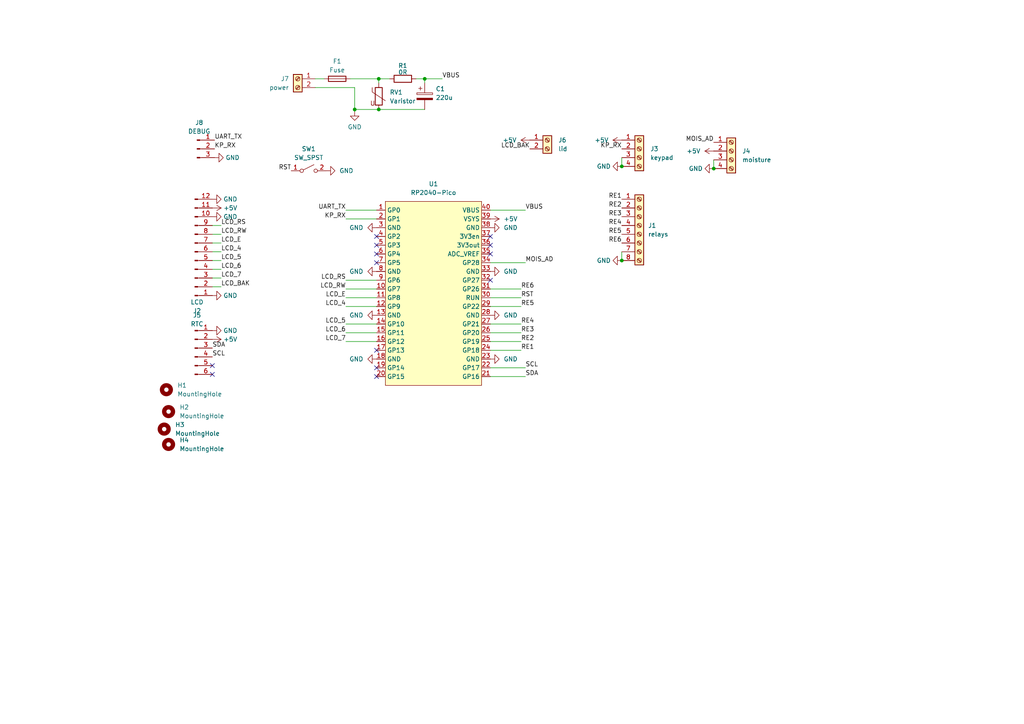
<source format=kicad_sch>
(kicad_sch (version 20230121) (generator eeschema)
  (paper "A4")
  (lib_symbols
    (symbol "Connector:Conn_01x03_Pin" (pin_names (offset 1.016) hide)
      (property "Reference" "J" (at 0 5.08 0))
      (property "Value" "Conn_01x03_Pin" (at 0 -5.08 0))
      (symbol "Conn_01x03_Pin_1_1"
        (polyline (pts (xy 1.27 -2.54) (xy 0.8636 -2.54)) (stroke (width 0.1524)))
        (polyline (pts (xy 1.27 0) (xy 0.8636 0)) (stroke (width 0.1524)))
        (polyline (pts (xy 1.27 2.54) (xy 0.8636 2.54)) (stroke (width 0.1524)))
        (rectangle (start 0.8636 -2.413) (end 0 -2.667) (stroke (width 0.1524)) (fill (type outline)))
        (rectangle (start 0.8636 0.127) (end 0 -0.127) (stroke (width 0.1524)) (fill (type outline)))
        (rectangle (start 0.8636 2.667) (end 0 2.413) (stroke (width 0.1524)) (fill (type outline)))
        (pin passive line (at 5.08 2.54 180) (length 3.81) (name "Pin_1") (number "1"))
        (pin passive line (at 5.08 0 180) (length 3.81) (name "Pin_2") (number "2"))
        (pin passive line (at 5.08 -2.54 180) (length 3.81) (name "Pin_3") (number "3"))
      )
    )
    (symbol "Connector:Conn_01x06_Pin" (pin_names (offset 1.016) hide)
      (property "Reference" "J" (at 0 7.62 0))
      (property "Value" "Conn_01x06_Pin" (at 0 -10.16 0))
      (symbol "Conn_01x06_Pin_1_1"
        (polyline (pts (xy 1.27 -7.62) (xy 0.8636 -7.62)) (stroke (width 0.1524)))
        (polyline (pts (xy 1.27 -5.08) (xy 0.8636 -5.08)) (stroke (width 0.1524)))
        (polyline (pts (xy 1.27 -2.54) (xy 0.8636 -2.54)) (stroke (width 0.1524)))
        (polyline (pts (xy 1.27 0) (xy 0.8636 0)) (stroke (width 0.1524)))
        (polyline (pts (xy 1.27 2.54) (xy 0.8636 2.54)) (stroke (width 0.1524)))
        (polyline (pts (xy 1.27 5.08) (xy 0.8636 5.08)) (stroke (width 0.1524)))
        (rectangle (start 0.8636 -7.493) (end 0 -7.747) (stroke (width 0.1524)) (fill (type outline)))
        (rectangle (start 0.8636 -4.953) (end 0 -5.207) (stroke (width 0.1524)) (fill (type outline)))
        (rectangle (start 0.8636 -2.413) (end 0 -2.667) (stroke (width 0.1524)) (fill (type outline)))
        (rectangle (start 0.8636 0.127) (end 0 -0.127) (stroke (width 0.1524)) (fill (type outline)))
        (rectangle (start 0.8636 2.667) (end 0 2.413) (stroke (width 0.1524)) (fill (type outline)))
        (rectangle (start 0.8636 5.207) (end 0 4.953) (stroke (width 0.1524)) (fill (type outline)))
        (pin passive line (at 5.08 5.08 180) (length 3.81) (name "Pin_1") (number "1"))
        (pin passive line (at 5.08 2.54 180) (length 3.81) (name "Pin_2") (number "2"))
        (pin passive line (at 5.08 0 180) (length 3.81) (name "Pin_3") (number "3"))
        (pin passive line (at 5.08 -2.54 180) (length 3.81) (name "Pin_4") (number "4"))
        (pin passive line (at 5.08 -5.08 180) (length 3.81) (name "Pin_5") (number "5"))
        (pin passive line (at 5.08 -7.62 180) (length 3.81) (name "Pin_6") (number "6"))
      )
    )
    (symbol "Connector:Conn_01x12_Pin" (pin_names (offset 1.016) hide)
      (property "Reference" "J" (at 0 15.24 0))
      (property "Value" "Conn_01x12_Pin" (at 0 -17.78 0))
      (symbol "Conn_01x12_Pin_1_1"
        (polyline (pts (xy 1.27 -15.24) (xy 0.8636 -15.24)) (stroke (width 0.1524)))
        (polyline (pts (xy 1.27 -12.7) (xy 0.8636 -12.7)) (stroke (width 0.1524)))
        (polyline (pts (xy 1.27 -10.16) (xy 0.8636 -10.16)) (stroke (width 0.1524)))
        (polyline (pts (xy 1.27 -7.62) (xy 0.8636 -7.62)) (stroke (width 0.1524)))
        (polyline (pts (xy 1.27 -5.08) (xy 0.8636 -5.08)) (stroke (width 0.1524)))
        (polyline (pts (xy 1.27 -2.54) (xy 0.8636 -2.54)) (stroke (width 0.1524)))
        (polyline (pts (xy 1.27 0) (xy 0.8636 0)) (stroke (width 0.1524)))
        (polyline (pts (xy 1.27 2.54) (xy 0.8636 2.54)) (stroke (width 0.1524)))
        (polyline (pts (xy 1.27 5.08) (xy 0.8636 5.08)) (stroke (width 0.1524)))
        (polyline (pts (xy 1.27 7.62) (xy 0.8636 7.62)) (stroke (width 0.1524)))
        (polyline (pts (xy 1.27 10.16) (xy 0.8636 10.16)) (stroke (width 0.1524)))
        (polyline (pts (xy 1.27 12.7) (xy 0.8636 12.7)) (stroke (width 0.1524)))
        (rectangle (start 0.8636 -15.113) (end 0 -15.367) (stroke (width 0.1524)) (fill (type outline)))
        (rectangle (start 0.8636 -12.573) (end 0 -12.827) (stroke (width 0.1524)) (fill (type outline)))
        (rectangle (start 0.8636 -10.033) (end 0 -10.287) (stroke (width 0.1524)) (fill (type outline)))
        (rectangle (start 0.8636 -7.493) (end 0 -7.747) (stroke (width 0.1524)) (fill (type outline)))
        (rectangle (start 0.8636 -4.953) (end 0 -5.207) (stroke (width 0.1524)) (fill (type outline)))
        (rectangle (start 0.8636 -2.413) (end 0 -2.667) (stroke (width 0.1524)) (fill (type outline)))
        (rectangle (start 0.8636 0.127) (end 0 -0.127) (stroke (width 0.1524)) (fill (type outline)))
        (rectangle (start 0.8636 2.667) (end 0 2.413) (stroke (width 0.1524)) (fill (type outline)))
        (rectangle (start 0.8636 5.207) (end 0 4.953) (stroke (width 0.1524)) (fill (type outline)))
        (rectangle (start 0.8636 7.747) (end 0 7.493) (stroke (width 0.1524)) (fill (type outline)))
        (rectangle (start 0.8636 10.287) (end 0 10.033) (stroke (width 0.1524)) (fill (type outline)))
        (rectangle (start 0.8636 12.827) (end 0 12.573) (stroke (width 0.1524)) (fill (type outline)))
        (pin passive line (at 5.08 12.7 180) (length 3.81) (name "Pin_1") (number "1"))
        (pin passive line (at 5.08 -10.16 180) (length 3.81) (name "Pin_10") (number "10"))
        (pin passive line (at 5.08 -12.7 180) (length 3.81) (name "Pin_11") (number "11"))
        (pin passive line (at 5.08 -15.24 180) (length 3.81) (name "Pin_12") (number "12"))
        (pin passive line (at 5.08 10.16 180) (length 3.81) (name "Pin_2") (number "2"))
        (pin passive line (at 5.08 7.62 180) (length 3.81) (name "Pin_3") (number "3"))
        (pin passive line (at 5.08 5.08 180) (length 3.81) (name "Pin_4") (number "4"))
        (pin passive line (at 5.08 2.54 180) (length 3.81) (name "Pin_5") (number "5"))
        (pin passive line (at 5.08 0 180) (length 3.81) (name "Pin_6") (number "6"))
        (pin passive line (at 5.08 -2.54 180) (length 3.81) (name "Pin_7") (number "7"))
        (pin passive line (at 5.08 -5.08 180) (length 3.81) (name "Pin_8") (number "8"))
        (pin passive line (at 5.08 -7.62 180) (length 3.81) (name "Pin_9") (number "9"))
      )
    )
    (symbol "Connector:Screw_Terminal_01x02" (pin_names (offset 1.016) hide)
      (property "Reference" "J" (at 0 2.54 0))
      (property "Value" "Screw_Terminal_01x02" (at 0 -5.08 0))
      (symbol "Screw_Terminal_01x02_1_1"
        (rectangle (start -1.27 1.27) (end 1.27 -3.81) (stroke (width 0.254)) (fill (type background)))
        (circle (center 0 -2.54) (radius 0.635) (stroke (width 0.1524)))
        (polyline (pts (xy -0.5334 -2.2098) (xy 0.3302 -3.048)) (stroke (width 0.1524)))
        (polyline (pts (xy -0.5334 0.3302) (xy 0.3302 -0.508)) (stroke (width 0.1524)))
        (polyline (pts (xy -0.3556 -2.032) (xy 0.508 -2.8702)) (stroke (width 0.1524)))
        (polyline (pts (xy -0.3556 0.508) (xy 0.508 -0.3302)) (stroke (width 0.1524)))
        (circle (center 0 0) (radius 0.635) (stroke (width 0.1524)))
        (pin passive line (at -5.08 0 0) (length 3.81) (name "Pin_1") (number "1"))
        (pin passive line (at -5.08 -2.54 0) (length 3.81) (name "Pin_2") (number "2"))
      )
    )
    (symbol "Connector:Screw_Terminal_01x04" (pin_names (offset 1.016) hide)
      (property "Reference" "J" (at 0 5.08 0))
      (property "Value" "Screw_Terminal_01x04" (at 0 -7.62 0))
      (symbol "Screw_Terminal_01x04_1_1"
        (rectangle (start -1.27 3.81) (end 1.27 -6.35) (stroke (width 0.254)) (fill (type background)))
        (circle (center 0 -5.08) (radius 0.635) (stroke (width 0.1524)))
        (circle (center 0 -2.54) (radius 0.635) (stroke (width 0.1524)))
        (polyline (pts (xy -0.5334 -4.7498) (xy 0.3302 -5.588)) (stroke (width 0.1524)))
        (polyline (pts (xy -0.5334 -2.2098) (xy 0.3302 -3.048)) (stroke (width 0.1524)))
        (polyline (pts (xy -0.5334 0.3302) (xy 0.3302 -0.508)) (stroke (width 0.1524)))
        (polyline (pts (xy -0.5334 2.8702) (xy 0.3302 2.032)) (stroke (width 0.1524)))
        (polyline (pts (xy -0.3556 -4.572) (xy 0.508 -5.4102)) (stroke (width 0.1524)))
        (polyline (pts (xy -0.3556 -2.032) (xy 0.508 -2.8702)) (stroke (width 0.1524)))
        (polyline (pts (xy -0.3556 0.508) (xy 0.508 -0.3302)) (stroke (width 0.1524)))
        (polyline (pts (xy -0.3556 3.048) (xy 0.508 2.2098)) (stroke (width 0.1524)))
        (circle (center 0 0) (radius 0.635) (stroke (width 0.1524)))
        (circle (center 0 2.54) (radius 0.635) (stroke (width 0.1524)))
        (pin passive line (at -5.08 2.54 0) (length 3.81) (name "Pin_1") (number "1"))
        (pin passive line (at -5.08 0 0) (length 3.81) (name "Pin_2") (number "2"))
        (pin passive line (at -5.08 -2.54 0) (length 3.81) (name "Pin_3") (number "3"))
        (pin passive line (at -5.08 -5.08 0) (length 3.81) (name "Pin_4") (number "4"))
      )
    )
    (symbol "Connector:Screw_Terminal_01x08" (pin_names (offset 1.016) hide)
      (property "Reference" "J" (at 0 10.16 0))
      (property "Value" "Screw_Terminal_01x08" (at 0 -12.7 0))
      (symbol "Screw_Terminal_01x08_1_1"
        (rectangle (start -1.27 8.89) (end 1.27 -11.43) (stroke (width 0.254)) (fill (type background)))
        (circle (center 0 -10.16) (radius 0.635) (stroke (width 0.1524)))
        (circle (center 0 -7.62) (radius 0.635) (stroke (width 0.1524)))
        (circle (center 0 -5.08) (radius 0.635) (stroke (width 0.1524)))
        (circle (center 0 -2.54) (radius 0.635) (stroke (width 0.1524)))
        (polyline (pts (xy -0.5334 -9.8298) (xy 0.3302 -10.668)) (stroke (width 0.1524)))
        (polyline (pts (xy -0.5334 -7.2898) (xy 0.3302 -8.128)) (stroke (width 0.1524)))
        (polyline (pts (xy -0.5334 -4.7498) (xy 0.3302 -5.588)) (stroke (width 0.1524)))
        (polyline (pts (xy -0.5334 -2.2098) (xy 0.3302 -3.048)) (stroke (width 0.1524)))
        (polyline (pts (xy -0.5334 0.3302) (xy 0.3302 -0.508)) (stroke (width 0.1524)))
        (polyline (pts (xy -0.5334 2.8702) (xy 0.3302 2.032)) (stroke (width 0.1524)))
        (polyline (pts (xy -0.5334 5.4102) (xy 0.3302 4.572)) (stroke (width 0.1524)))
        (polyline (pts (xy -0.5334 7.9502) (xy 0.3302 7.112)) (stroke (width 0.1524)))
        (polyline (pts (xy -0.3556 -9.652) (xy 0.508 -10.4902)) (stroke (width 0.1524)))
        (polyline (pts (xy -0.3556 -7.112) (xy 0.508 -7.9502)) (stroke (width 0.1524)))
        (polyline (pts (xy -0.3556 -4.572) (xy 0.508 -5.4102)) (stroke (width 0.1524)))
        (polyline (pts (xy -0.3556 -2.032) (xy 0.508 -2.8702)) (stroke (width 0.1524)))
        (polyline (pts (xy -0.3556 0.508) (xy 0.508 -0.3302)) (stroke (width 0.1524)))
        (polyline (pts (xy -0.3556 3.048) (xy 0.508 2.2098)) (stroke (width 0.1524)))
        (polyline (pts (xy -0.3556 5.588) (xy 0.508 4.7498)) (stroke (width 0.1524)))
        (polyline (pts (xy -0.3556 8.128) (xy 0.508 7.2898)) (stroke (width 0.1524)))
        (circle (center 0 0) (radius 0.635) (stroke (width 0.1524)))
        (circle (center 0 2.54) (radius 0.635) (stroke (width 0.1524)))
        (circle (center 0 5.08) (radius 0.635) (stroke (width 0.1524)))
        (circle (center 0 7.62) (radius 0.635) (stroke (width 0.1524)))
        (pin passive line (at -5.08 7.62 0) (length 3.81) (name "Pin_1") (number "1"))
        (pin passive line (at -5.08 5.08 0) (length 3.81) (name "Pin_2") (number "2"))
        (pin passive line (at -5.08 2.54 0) (length 3.81) (name "Pin_3") (number "3"))
        (pin passive line (at -5.08 0 0) (length 3.81) (name "Pin_4") (number "4"))
        (pin passive line (at -5.08 -2.54 0) (length 3.81) (name "Pin_5") (number "5"))
        (pin passive line (at -5.08 -5.08 0) (length 3.81) (name "Pin_6") (number "6"))
        (pin passive line (at -5.08 -7.62 0) (length 3.81) (name "Pin_7") (number "7"))
        (pin passive line (at -5.08 -10.16 0) (length 3.81) (name "Pin_8") (number "8"))
      )
    )
    (symbol "Device:C_Polarized" (pin_numbers hide) (pin_names (offset 0.254))
      (property "Reference" "C" (at 0.635 2.54 0))
      (property "Value" "C_Polarized" (at 0.635 -2.54 0))
      (symbol "C_Polarized_0_1"
        (rectangle (start -2.286 0.508) (end 2.286 1.016))
        (polyline (pts (xy -1.778 2.286) (xy -0.762 2.286)))
        (polyline (pts (xy -1.27 2.794) (xy -1.27 1.778)))
        (rectangle (start 2.286 -0.508) (end -2.286 -1.016) (fill (type outline)))
      )
      (symbol "C_Polarized_1_1"
        (pin passive line (at 0 3.81 270) (length 2.794) (name "~") (number "1"))
        (pin passive line (at 0 -3.81 90) (length 2.794) (name "~") (number "2"))
      )
    )
    (symbol "Device:Fuse" (pin_numbers hide) (pin_names (offset 0))
      (property "Reference" "F" (at 2.032 0 90))
      (property "Value" "Fuse" (at -1.905 0 90))
      (symbol "Fuse_0_1"
        (rectangle (start -0.762 -2.54) (end 0.762 2.54) (stroke (width 0.254)))
        (polyline (pts (xy 0 2.54) (xy 0 -2.54)))
      )
      (symbol "Fuse_1_1"
        (pin passive line (at 0 3.81 270) (length 1.27) (name "~") (number "1"))
        (pin passive line (at 0 -3.81 90) (length 1.27) (name "~") (number "2"))
      )
    )
    (symbol "Device:R" (pin_numbers hide) (pin_names (offset 0))
      (property "Reference" "R" (at 2.032 0 90))
      (property "Value" "R" (at 0 0 90))
      (symbol "R_0_1"
        (rectangle (start -1.016 -2.54) (end 1.016 2.54) (stroke (width 0.254)))
      )
      (symbol "R_1_1"
        (pin passive line (at 0 3.81 270) (length 1.27) (name "~") (number "1"))
        (pin passive line (at 0 -3.81 90) (length 1.27) (name "~") (number "2"))
      )
    )
    (symbol "Device:Varistor" (pin_numbers hide) (pin_names (offset 0))
      (property "Reference" "RV" (at 3.175 0 90))
      (property "Value" "Varistor" (at -3.175 0 90))
      (symbol "Varistor_0_0"
        (text "U" (at -1.778 -2.032 0) (effects (font (size 1.27 1.27))))
      )
      (symbol "Varistor_0_1"
        (rectangle (start -1.016 -2.54) (end 1.016 2.54) (stroke (width 0.254)))
        (polyline (pts (xy -1.905 2.54) (xy -1.905 1.27) (xy 1.905 -1.27)))
      )
      (symbol "Varistor_1_1"
        (pin passive line (at 0 3.81 270) (length 1.27) (name "~") (number "1"))
        (pin passive line (at 0 -3.81 90) (length 1.27) (name "~") (number "2"))
      )
    )
    (symbol "Mechanical:MountingHole" (pin_names (offset 1.016))
      (property "Reference" "H" (at 0 5.08 0))
      (property "Value" "MountingHole" (at 0 3.175 0))
      (symbol "MountingHole_0_1"
        (circle (center 0 0) (radius 1.27) (stroke (width 1.27)))
      )
    )
    (symbol "Switch:SW_SPST" (pin_names (offset 0) hide)
      (property "Reference" "SW" (at 0 3.175 0))
      (property "Value" "SW_SPST" (at 0 -2.54 0))
      (symbol "SW_SPST_0_0"
        (circle (center -2.032 0) (radius 0.508))
        (polyline (pts (xy -1.524 0.254) (xy 1.524 1.778)))
        (circle (center 2.032 0) (radius 0.508))
      )
      (symbol "SW_SPST_1_1"
        (pin passive line (at -5.08 0 0) (length 2.54) (name "A") (number "1"))
        (pin passive line (at 5.08 0 180) (length 2.54) (name "B") (number "2"))
      )
    )
    (symbol "ondrovo:RP2040-Pico"
      (property "Reference" "U" (at -13.97 27.94 0))
      (property "Value" "RP2040-Pico" (at 7.62 27.94 0))
      (symbol "RP2040-Pico_1_1"
        (rectangle (start -13.97 26.67) (end 13.97 -26.67) (fill (type background)))
        (pin bidirectional line (at -16.51 24.13 0) (length 2.54) (name "GP0") (number "1"))
        (pin bidirectional line (at -16.51 1.27 0) (length 2.54) (name "GP7") (number "10"))
        (pin bidirectional line (at -16.51 -1.27 0) (length 2.54) (name "GP8") (number "11"))
        (pin bidirectional line (at -16.51 -3.81 0) (length 2.54) (name "GP9") (number "12"))
        (pin power_in line (at -16.51 -6.35 0) (length 2.54) (name "GND") (number "13"))
        (pin bidirectional line (at -16.51 -8.89 0) (length 2.54) (name "GP10") (number "14"))
        (pin bidirectional line (at -16.51 -11.43 0) (length 2.54) (name "GP11") (number "15"))
        (pin bidirectional line (at -16.51 -13.97 0) (length 2.54) (name "GP12") (number "16"))
        (pin bidirectional line (at -16.51 -16.51 0) (length 2.54) (name "GP13") (number "17"))
        (pin power_in line (at -16.51 -19.05 0) (length 2.54) (name "GND") (number "18"))
        (pin bidirectional line (at -16.51 -21.59 0) (length 2.54) (name "GP14") (number "19"))
        (pin bidirectional line (at -16.51 21.59 0) (length 2.54) (name "GP1") (number "2"))
        (pin bidirectional line (at -16.51 -24.13 0) (length 2.54) (name "GP15") (number "20"))
        (pin bidirectional line (at 16.51 -24.13 180) (length 2.54) (name "GP16") (number "21"))
        (pin bidirectional line (at 16.51 -21.59 180) (length 2.54) (name "GP17") (number "22"))
        (pin power_in line (at 16.51 -19.05 180) (length 2.54) (name "GND") (number "23"))
        (pin bidirectional line (at 16.51 -16.51 180) (length 2.54) (name "GP18") (number "24"))
        (pin bidirectional line (at 16.51 -13.97 180) (length 2.54) (name "GP19") (number "25"))
        (pin bidirectional line (at 16.51 -11.43 180) (length 2.54) (name "GP20") (number "26"))
        (pin bidirectional line (at 16.51 -8.89 180) (length 2.54) (name "GP21") (number "27"))
        (pin power_in line (at 16.51 -6.35 180) (length 2.54) (name "GND") (number "28"))
        (pin bidirectional line (at 16.51 -3.81 180) (length 2.54) (name "GP22") (number "29"))
        (pin power_in line (at -16.51 19.05 0) (length 2.54) (name "GND") (number "3"))
        (pin input line (at 16.51 -1.27 180) (length 2.54) (name "RUN") (number "30"))
        (pin bidirectional line (at 16.51 1.27 180) (length 2.54) (name "GP26") (number "31"))
        (pin bidirectional line (at 16.51 3.81 180) (length 2.54) (name "GP27") (number "32"))
        (pin power_in line (at 16.51 6.35 180) (length 2.54) (name "GND") (number "33"))
        (pin bidirectional line (at 16.51 8.89 180) (length 2.54) (name "GP28") (number "34"))
        (pin input line (at 16.51 11.43 180) (length 2.54) (name "ADC_VREF") (number "35"))
        (pin power_out line (at 16.51 13.97 180) (length 2.54) (name "3V3out") (number "36"))
        (pin input line (at 16.51 16.51 180) (length 2.54) (name "3V3en") (number "37"))
        (pin power_in line (at 16.51 19.05 180) (length 2.54) (name "GND") (number "38"))
        (pin power_in line (at 16.51 21.59 180) (length 2.54) (name "VSYS") (number "39"))
        (pin bidirectional line (at -16.51 16.51 0) (length 2.54) (name "GP2") (number "4"))
        (pin power_in line (at 16.51 24.13 180) (length 2.54) (name "VBUS") (number "40"))
        (pin bidirectional line (at -16.51 13.97 0) (length 2.54) (name "GP3") (number "5"))
        (pin bidirectional line (at -16.51 11.43 0) (length 2.54) (name "GP4") (number "6"))
        (pin bidirectional line (at -16.51 8.89 0) (length 2.54) (name "GP5") (number "7"))
        (pin power_in line (at -16.51 6.35 0) (length 2.54) (name "GND") (number "8"))
        (pin bidirectional line (at -16.51 3.81 0) (length 2.54) (name "GP6") (number "9"))
      )
    )
    (symbol "power:+5V" (power) (pin_names (offset 0))
      (property "Value" "+5V" (at 0 3.556 0))
      (symbol "+5V_0_1"
        (polyline (pts (xy -0.762 1.27) (xy 0 2.54)))
        (polyline (pts (xy 0 0) (xy 0 2.54)))
        (polyline (pts (xy 0 2.54) (xy 0.762 1.27)))
      )
      (symbol "+5V_1_1"
        (pin power_in line (at 0 0 90) (length 0) hide (name "+5V") (number "1"))
      )
    )
    (symbol "power:GND" (power) (pin_names (offset 0))
      (property "Value" "GND" (at 0 -3.81 0))
      (symbol "GND_0_1"
        (polyline (pts (xy 0 0) (xy 0 -1.27) (xy 1.27 -1.27) (xy 0 -2.54) (xy -1.27 -1.27) (xy 0 -1.27)))
      )
      (symbol "GND_1_1"
        (pin power_in line (at 0 0 270) (length 0) hide (name "GND") (number "1"))
      )
    )
  )
  (junction (at 109.855 22.86))
  (junction (at 180.34 75.565))
  (junction (at 207.01 48.895))
  (junction (at 180.34 48.26))
  (junction (at 102.87 31.75))
  (junction (at 123.19 22.86))
  (junction (at 109.855 31.75))
  (no_connect (at 109.22 76.2))
  (no_connect (at 109.22 73.66))
  (no_connect (at 109.22 109.22))
  (no_connect (at 142.24 81.28))
  (no_connect (at 61.595 108.585))
  (no_connect (at 109.22 68.58))
  (no_connect (at 109.22 106.68))
  (no_connect (at 142.24 68.58))
  (no_connect (at 109.22 71.12))
  (no_connect (at 142.24 73.66))
  (no_connect (at 109.22 101.6))
  (no_connect (at 61.595 106.045))
  (no_connect (at 142.24 71.12))
  (wire (pts (xy 123.19 22.86) (xy 120.65 22.86)))
  (wire (pts (xy 109.855 22.86) (xy 101.6 22.86)))
  (wire (pts (xy 102.87 31.75) (xy 102.87 32.385)))
  (wire (pts (xy 64.135 75.565) (xy 61.595 75.565)))
  (wire (pts (xy 152.4 76.2) (xy 142.24 76.2)))
  (wire (pts (xy 64.135 70.485) (xy 61.595 70.485)))
  (wire (pts (xy 64.135 67.945) (xy 61.595 67.945)))
  (wire (pts (xy 100.33 88.9) (xy 109.22 88.9)))
  (wire (pts (xy 64.135 80.645) (xy 61.595 80.645)))
  (wire (pts (xy 100.33 60.96) (xy 109.22 60.96)))
  (wire (pts (xy 180.34 73.025) (xy 180.34 75.565)))
  (wire (pts (xy 151.13 101.6) (xy 142.24 101.6)))
  (wire (pts (xy 100.33 96.52) (xy 109.22 96.52)))
  (wire (pts (xy 109.855 31.75) (xy 123.19 31.75)))
  (wire (pts (xy 123.19 22.86) (xy 123.19 24.13)))
  (wire (pts (xy 100.33 86.36) (xy 109.22 86.36)))
  (wire (pts (xy 151.13 93.98) (xy 142.24 93.98)))
  (wire (pts (xy 100.33 63.5) (xy 109.22 63.5)))
  (wire (pts (xy 180.34 45.72) (xy 180.34 48.26)))
  (wire (pts (xy 152.4 106.68) (xy 142.24 106.68)))
  (wire (pts (xy 151.13 83.82) (xy 142.24 83.82)))
  (wire (pts (xy 64.135 65.405) (xy 61.595 65.405)))
  (wire (pts (xy 152.4 109.22) (xy 142.24 109.22)))
  (wire (pts (xy 64.135 78.105) (xy 61.595 78.105)))
  (wire (pts (xy 93.98 22.86) (xy 91.44 22.86)))
  (wire (pts (xy 128.27 22.86) (xy 123.19 22.86)))
  (wire (pts (xy 102.87 25.4) (xy 102.87 31.75)))
  (wire (pts (xy 151.13 96.52) (xy 142.24 96.52)))
  (wire (pts (xy 64.135 83.185) (xy 61.595 83.185)))
  (wire (pts (xy 91.44 25.4) (xy 102.87 25.4)))
  (wire (pts (xy 152.4 60.96) (xy 142.24 60.96)))
  (wire (pts (xy 102.87 31.75) (xy 109.855 31.75)))
  (wire (pts (xy 100.33 99.06) (xy 109.22 99.06)))
  (wire (pts (xy 151.13 99.06) (xy 142.24 99.06)))
  (wire (pts (xy 151.13 88.9) (xy 142.24 88.9)))
  (wire (pts (xy 100.33 83.82) (xy 109.22 83.82)))
  (wire (pts (xy 109.855 22.86) (xy 109.855 24.13)))
  (wire (pts (xy 207.01 46.355) (xy 207.01 48.895)))
  (wire (pts (xy 113.03 22.86) (xy 109.855 22.86)))
  (wire (pts (xy 151.13 86.36) (xy 142.24 86.36)))
  (wire (pts (xy 100.33 93.98) (xy 109.22 93.98)))
  (wire (pts (xy 64.135 73.025) (xy 61.595 73.025)))
  (wire (pts (xy 100.33 81.28) (xy 109.22 81.28)))
  (label "LCD_4" (at 64.135 73.025 0))
  (label "RE4" (at 180.34 65.405 180))
  (label "KP_RX" (at 62.23 43.18 0))
  (label "UART_TX" (at 100.33 60.96 180))
  (label "SDA" (at 152.4 109.22 0))
  (label "RE4" (at 151.13 93.98 0))
  (label "LCD_5" (at 64.135 75.565 0))
  (label "SCL" (at 61.595 103.505 0))
  (label "SDA" (at 61.595 100.965 0))
  (label "LCD_RW" (at 64.135 67.945 0))
  (label "RE2" (at 180.34 60.325 180))
  (label "LCD_5" (at 100.33 93.98 180))
  (label "RE3" (at 151.13 96.52 0))
  (label "RE5" (at 180.34 67.945 180))
  (label "UART_TX" (at 62.23 40.64 0))
  (label "LCD_7" (at 64.135 80.645 0))
  (label "VBUS" (at 128.27 22.86 0))
  (label "LCD_6" (at 100.33 96.52 180))
  (label "VBUS" (at 152.4 60.96 0))
  (label "SCL" (at 152.4 106.68 0))
  (label "RE1" (at 180.34 57.785 180))
  (label "RE6" (at 180.34 70.485 180))
  (label "RE5" (at 151.13 88.9 0))
  (label "RE1" (at 151.13 101.6 0))
  (label "RST" (at 151.13 86.36 0))
  (label "LCD_4" (at 100.33 88.9 180))
  (label "MOIS_AD" (at 152.4 76.2 0))
  (label "LCD_6" (at 64.135 78.105 0))
  (label "MOIS_AD" (at 207.01 41.275 180))
  (label "RE6" (at 151.13 83.82 0))
  (label "KP_RX" (at 100.33 63.5 180))
  (label "LCD_7" (at 100.33 99.06 180))
  (label "KP_RX" (at 180.34 43.18 180))
  (label "LCD_RW" (at 100.33 83.82 180))
  (label "LCD_BAK" (at 64.135 83.185 0))
  (label "LCD_E" (at 100.33 86.36 180))
  (label "RST" (at 84.455 49.53 180))
  (label "LCD_RS" (at 100.33 81.28 180))
  (label "RE3" (at 180.34 62.865 180))
  (label "LCD_E" (at 64.135 70.485 0))
  (label "LCD_BAK" (at 153.67 43.18 180))
  (label "LCD_RS" (at 64.135 65.405 0))
  (label "RE2" (at 151.13 99.06 0))
  (symbol (lib_id "Mechanical:MountingHole") (at 47.625 124.46 0) (unit 1)
    (property "Reference" "H3" (at 50.8 123.19 0) (effects (justify left)))
    (property "Value" "MountingHole" (at 50.8 125.73 0) (effects (justify left)))
    (property "Footprint" "MountingHole:MountingHole_5mm" (effects hide))
  )
  (symbol (lib_id "Connector:Screw_Terminal_01x02") (at 86.36 22.86 0) (mirror y) (unit 1)
    (property "Reference" "J7" (at 83.82 22.86 0) (effects (justify left)))
    (property "Value" "power" (at 83.82 25.4 0) (effects (justify left)))
    (property "Footprint" "ondrovo:TerminalBlock_KLS301-5.00_2" (effects hide))
  )
  (symbol (lib_id "Mechanical:MountingHole") (at 48.26 113.03 0) (unit 1)
    (property "Reference" "H1" (at 51.435 111.76 0) (effects (justify left)))
    (property "Value" "MountingHole" (at 51.435 114.3 0) (effects (justify left)))
    (property "Footprint" "MountingHole:MountingHole_5mm" (effects hide))
  )
  (symbol (lib_id "power:GND") (at 61.595 62.865 90) (unit 1)
    (property "Reference" "#PWR05" (effects hide))
    (property "Value" "GND" (at 64.77 62.865 90) (effects (justify right)))
  )
  (symbol (lib_id "power:GND") (at 180.34 75.565 270) (unit 1)
    (property "Reference" "#PWR012" (effects hide))
    (property "Value" "GND" (at 177.165 75.565 90) (effects (justify right)))
  )
  (symbol (lib_id "power:GND") (at 142.24 104.14 90) (unit 1)
    (property "Reference" "#PWR017" (effects hide))
    (property "Value" "GND" (at 146.05 104.14 90) (effects (justify right)))
  )
  (symbol (lib_id "power:GND") (at 62.23 45.72 90) (unit 1)
    (property "Reference" "#PWR021" (effects hide))
    (property "Value" "GND" (at 65.405 45.72 90) (effects (justify right)))
  )
  (symbol (lib_id "Connector:Screw_Terminal_01x02") (at 158.75 40.64 0) (unit 1)
    (property "Reference" "J6" (at 161.925 40.64 0) (effects (justify left)))
    (property "Value" "lid" (at 161.925 43.18 0) (effects (justify left)))
    (property "Footprint" "ondrovo:TerminalBlock_KLS301-5.00_2" (effects hide))
  )
  (symbol (lib_id "power:GND") (at 180.34 48.26 270) (unit 1)
    (property "Reference" "#PWR010" (effects hide))
    (property "Value" "GND" (at 177.165 48.26 90) (effects (justify right)))
  )
  (symbol (lib_id "power:GND") (at 207.01 48.895 270) (unit 1)
    (property "Reference" "#PWR011" (effects hide))
    (property "Value" "GND" (at 203.835 48.895 90) (effects (justify right)))
  )
  (symbol (lib_id "power:GND") (at 94.615 49.53 90) (unit 1)
    (property "Reference" "#PWR023" (effects hide))
    (property "Value" "GND" (at 98.425 49.53 90) (effects (justify right)))
  )
  (symbol (lib_id "power:+5V") (at 61.595 60.325 270) (unit 1)
    (property "Reference" "#PWR04" (effects hide))
    (property "Value" "+5V" (at 64.77 60.325 90) (effects (justify left)))
  )
  (symbol (lib_id "Connector:Screw_Terminal_01x04") (at 185.42 43.18 0) (unit 1)
    (property "Reference" "J3" (at 188.595 43.18 0) (effects (justify left)))
    (property "Value" "keypad" (at 188.595 45.72 0) (effects (justify left)))
    (property "Footprint" "ondrovo:TerminalBlock_KLS301-5.00_4" (effects hide))
  )
  (symbol (lib_id "Device:Varistor") (at 109.855 27.94 0) (unit 1)
    (property "Reference" "RV1" (at 113.03 26.7692 0) (effects (justify left)))
    (property "Value" "Varistor" (at 113.03 29.3092 0) (effects (justify left)))
    (property "Footprint" "Varistor:RV_Disc_D7mm_W3.5mm_P5mm" (effects hide))
    (property "Sim.Name" "kicad_builtin_varistor" (effects hide))
    (property "Sim.Device" "SUBCKT" (effects hide))
    (property "Sim.Pins" "1=A 2=B" (effects hide))
    (property "Sim.Params" "threshold=1k" (effects hide))
    (property "Sim.Library" "${KICAD7_SYMBOL_DIR}/Simulation_SPICE.sp" (effects hide))
  )
  (symbol (lib_id "Device:R") (at 116.84 22.86 90) (unit 1)
    (property "Reference" "R1" (at 116.84 19.05 90))
    (property "Value" "0R" (at 116.84 20.955 90))
    (property "Footprint" "Resistor_THT:R_Axial_DIN0309_L9.0mm_D3.2mm_P12.70mm_Horizontal" (effects hide))
  )
  (symbol (lib_id "Device:Fuse") (at 97.79 22.86 90) (unit 1)
    (property "Reference" "F1" (at 97.79 17.78 90))
    (property "Value" "Fuse" (at 97.79 20.32 90))
    (property "Footprint" "ondrovo:Fuseholder_Clip-5x20mm_29x12_Printed" (effects hide))
  )
  (symbol (lib_id "power:GND") (at 109.22 104.14 270) (unit 1)
    (property "Reference" "#PWR016" (effects hide))
    (property "Value" "GND" (at 105.41 104.14 90) (effects (justify right)))
  )
  (symbol (lib_id "power:+5V") (at 61.595 98.425 270) (unit 1)
    (property "Reference" "#PWR02" (effects hide))
    (property "Value" "+5V" (at 64.77 98.425 90) (effects (justify left)))
  )
  (symbol (lib_id "power:GND") (at 61.595 95.885 90) (unit 1)
    (property "Reference" "#PWR01" (effects hide))
    (property "Value" "GND" (at 64.77 95.885 90) (effects (justify right)))
  )
  (symbol (lib_id "Connector:Screw_Terminal_01x04") (at 212.09 43.815 0) (unit 1)
    (property "Reference" "J4" (at 215.265 43.815 0) (effects (justify left)))
    (property "Value" "moisture" (at 215.265 46.355 0) (effects (justify left)))
    (property "Footprint" "ondrovo:TerminalBlock_KLS301-5.00_4" (effects hide))
  )
  (symbol (lib_id "power:GND") (at 109.22 78.74 270) (unit 1)
    (property "Reference" "#PWR013" (effects hide))
    (property "Value" "GND" (at 105.41 78.74 90) (effects (justify right)))
  )
  (symbol (lib_id "Connector:Screw_Terminal_01x08") (at 185.42 65.405 0) (unit 1)
    (property "Reference" "J1" (at 187.96 65.405 0) (effects (justify left)))
    (property "Value" "relays" (at 187.96 67.945 0) (effects (justify left)))
    (property "Footprint" "ondrovo:TerminalBlock_KLS301-5.00_8" (effects hide))
  )
  (symbol (lib_id "Connector:Conn_01x12_Pin") (at 56.515 73.025 0) (mirror x) (unit 1)
    (property "Reference" "J2" (at 57.15 90.17 0))
    (property "Value" "LCD" (at 57.15 87.63 0))
    (property "Footprint" "Connector_PinHeader_2.54mm:PinHeader_1x12_P2.54mm_Horizontal" (effects hide))
  )
  (symbol (lib_id "power:GND") (at 142.24 91.44 90) (unit 1)
    (property "Reference" "#PWR018" (effects hide))
    (property "Value" "GND" (at 146.05 91.44 90) (effects (justify right)))
  )
  (symbol (lib_id "Device:C_Polarized") (at 123.19 27.94 0) (unit 1)
    (property "Reference" "C1" (at 126.365 25.781 0) (effects (justify left)))
    (property "Value" "220u" (at 126.365 28.321 0) (effects (justify left)))
    (property "Footprint" "Capacitor_THT:C_Radial_D10.0mm_H12.5mm_P5.00mm" (effects hide))
  )
  (symbol (lib_id "power:GND") (at 61.595 85.725 90) (unit 1)
    (property "Reference" "#PWR06" (effects hide))
    (property "Value" "GND" (at 64.77 85.725 90) (effects (justify right)))
  )
  (symbol (lib_id "Mechanical:MountingHole") (at 48.895 119.38 0) (unit 1)
    (property "Reference" "H2" (at 52.07 118.11 0) (effects (justify left)))
    (property "Value" "MountingHole" (at 52.07 120.65 0) (effects (justify left)))
    (property "Footprint" "MountingHole:MountingHole_5mm" (effects hide))
  )
  (symbol (lib_id "power:+5V") (at 153.67 40.64 90) (unit 1)
    (property "Reference" "#PWR07" (effects hide))
    (property "Value" "+5V" (at 149.86 40.64 90) (effects (justify left)))
  )
  (symbol (lib_id "Connector:Conn_01x03_Pin") (at 57.15 43.18 0) (unit 1)
    (property "Reference" "J8" (at 57.785 35.56 0))
    (property "Value" "DEBUG" (at 57.785 38.1 0))
    (property "Footprint" "Connector_PinHeader_2.54mm:PinHeader_1x03_P2.54mm_Vertical" (effects hide))
  )
  (symbol (lib_id "Connector:Conn_01x06_Pin") (at 56.515 100.965 0) (unit 1)
    (property "Reference" "J5" (at 57.15 91.44 0))
    (property "Value" "RTC" (at 57.15 93.98 0))
    (property "Footprint" "Connector_PinHeader_2.54mm:PinHeader_1x06_P2.54mm_Vertical" (effects hide))
  )
  (symbol (lib_id "power:GND") (at 61.595 57.785 90) (unit 1)
    (property "Reference" "#PWR03" (effects hide))
    (property "Value" "GND" (at 64.77 57.785 90) (effects (justify right)))
  )
  (symbol (lib_id "power:+5V") (at 142.24 63.5 270) (unit 1)
    (property "Reference" "#PWR024" (effects hide))
    (property "Value" "+5V" (at 146.05 63.5 90) (effects (justify left)))
  )
  (symbol (lib_id "power:GND") (at 142.24 66.04 90) (unit 1)
    (property "Reference" "#PWR020" (effects hide))
    (property "Value" "GND" (at 146.05 66.04 90) (effects (justify right)))
  )
  (symbol (lib_id "power:GND") (at 109.22 66.04 270) (unit 1)
    (property "Reference" "#PWR014" (effects hide))
    (property "Value" "GND" (at 105.41 66.04 90) (effects (justify right)))
  )
  (symbol (lib_id "power:GND") (at 142.24 78.74 90) (unit 1)
    (property "Reference" "#PWR019" (effects hide))
    (property "Value" "GND" (at 146.05 78.74 90) (effects (justify right)))
  )
  (symbol (lib_id "power:GND") (at 102.87 32.385 0) (mirror y) (unit 1)
    (property "Reference" "#PWR022" (effects hide))
    (property "Value" "GND" (at 102.87 36.83 0))
  )
  (symbol (lib_id "Mechanical:MountingHole") (at 48.895 128.905 0) (unit 1)
    (property "Reference" "H4" (at 52.07 127.635 0) (effects (justify left)))
    (property "Value" "MountingHole" (at 52.07 130.175 0) (effects (justify left)))
    (property "Footprint" "MountingHole:MountingHole_5mm" (effects hide))
  )
  (symbol (lib_id "power:GND") (at 109.22 91.44 270) (unit 1)
    (property "Reference" "#PWR015" (effects hide))
    (property "Value" "GND" (at 105.41 91.44 90) (effects (justify right)))
  )
  (symbol (lib_id "ondrovo:RP2040-Pico") (at 125.73 85.09 0) (unit 1)
    (property "Reference" "U1" (at 125.73 53.34 0))
    (property "Value" "RP2040-Pico" (at 125.73 55.88 0))
    (property "Footprint" "ondrovo:RP2040-PICO" (effects hide))
  )
  (symbol (lib_id "power:+5V") (at 207.01 43.815 90) (unit 1)
    (property "Reference" "#PWR09" (effects hide))
    (property "Value" "+5V" (at 203.2 43.815 90) (effects (justify left)))
  )
  (symbol (lib_id "power:+5V") (at 180.34 40.64 90) (unit 1)
    (property "Reference" "#PWR08" (effects hide))
    (property "Value" "+5V" (at 176.53 40.64 90) (effects (justify left)))
  )
  (symbol (lib_id "Switch:SW_SPST") (at 89.535 49.53 0) (unit 1)
    (property "Reference" "SW1" (at 89.535 43.18 0))
    (property "Value" "SW_SPST" (at 89.535 45.72 0))
    (property "Footprint" "Button_Switch_THT:SW_Tactile_Straight_KSA0Axx1LFTR" (effects hide))
  )
)
</source>
